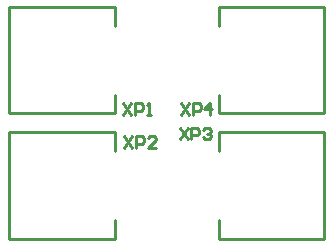
<source format=gto>
G04 Layer_Color=65535*
%FSLAX24Y24*%
%MOIN*%
G70*
G01*
G75*
%ADD18C,0.0100*%
D18*
X27396Y26654D02*
Y30197D01*
X30900Y29567D02*
Y30197D01*
Y26654D02*
Y27283D01*
X27396Y30197D02*
X30900D01*
X27396Y26654D02*
X30900D01*
X27396Y30827D02*
Y34370D01*
X30900Y33740D02*
Y34370D01*
Y30827D02*
Y31457D01*
X27396Y34370D02*
X30900D01*
X27396Y30827D02*
X30900D01*
X37874D02*
Y34370D01*
X34370Y30827D02*
Y31457D01*
Y33740D02*
Y34370D01*
Y30827D02*
X37874D01*
X34370Y34370D02*
X37874D01*
Y26654D02*
Y30197D01*
X34370Y26654D02*
Y27283D01*
Y29567D02*
Y30197D01*
Y26654D02*
X37874D01*
X34370Y30197D02*
X37874D01*
X31181Y31181D02*
X31443Y30787D01*
Y31181D02*
X31181Y30787D01*
X31575D02*
Y31181D01*
X31771D01*
X31837Y31115D01*
Y30984D01*
X31771Y30919D01*
X31575D01*
X31968Y30787D02*
X32099D01*
X32034D01*
Y31181D01*
X31968Y31115D01*
X31220Y30079D02*
X31483Y29685D01*
Y30079D02*
X31220Y29685D01*
X31614D02*
Y30079D01*
X31811D01*
X31876Y30013D01*
Y29882D01*
X31811Y29816D01*
X31614D01*
X32270Y29685D02*
X32008D01*
X32270Y29947D01*
Y30013D01*
X32204Y30079D01*
X32073D01*
X32008Y30013D01*
X33071Y30354D02*
X33333Y29961D01*
Y30354D02*
X33071Y29961D01*
X33464D02*
Y30354D01*
X33661D01*
X33727Y30289D01*
Y30157D01*
X33661Y30092D01*
X33464D01*
X33858Y30289D02*
X33924Y30354D01*
X34055D01*
X34120Y30289D01*
Y30223D01*
X34055Y30157D01*
X33989D01*
X34055D01*
X34120Y30092D01*
Y30026D01*
X34055Y29961D01*
X33924D01*
X33858Y30026D01*
X33110Y31181D02*
X33373Y30787D01*
Y31181D02*
X33110Y30787D01*
X33504D02*
Y31181D01*
X33701D01*
X33766Y31115D01*
Y30984D01*
X33701Y30919D01*
X33504D01*
X34094Y30787D02*
Y31181D01*
X33897Y30984D01*
X34160D01*
M02*

</source>
